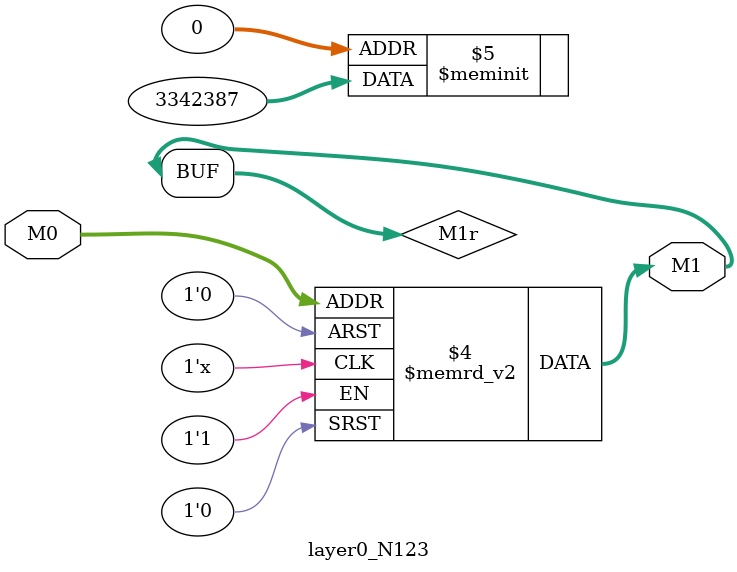
<source format=v>
module layer0_N123 ( input [3:0] M0, output [1:0] M1 );

	(*rom_style = "distributed" *) reg [1:0] M1r;
	assign M1 = M1r;
	always @ (M0) begin
		case (M0)
			4'b0000: M1r = 2'b11;
			4'b1000: M1r = 2'b11;
			4'b0100: M1r = 2'b00;
			4'b1100: M1r = 2'b00;
			4'b0010: M1r = 2'b11;
			4'b1010: M1r = 2'b11;
			4'b0110: M1r = 2'b00;
			4'b1110: M1r = 2'b00;
			4'b0001: M1r = 2'b00;
			4'b1001: M1r = 2'b00;
			4'b0101: M1r = 2'b00;
			4'b1101: M1r = 2'b00;
			4'b0011: M1r = 2'b00;
			4'b1011: M1r = 2'b00;
			4'b0111: M1r = 2'b00;
			4'b1111: M1r = 2'b00;

		endcase
	end
endmodule

</source>
